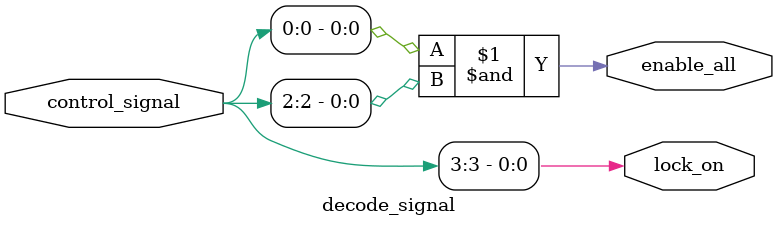
<source format=v>

module decode_signal(
    input [3:0] control_signal,
    output wire enable_all,
    output wire lock_on
);

//-copilot next line-
//copilot mean_prob: 0.5231398402889766

    wire i;
    assign lock_on = control_signal[3];
    assign enable_all = control_signal[0] & control_signal[2];



endmodule
</source>
